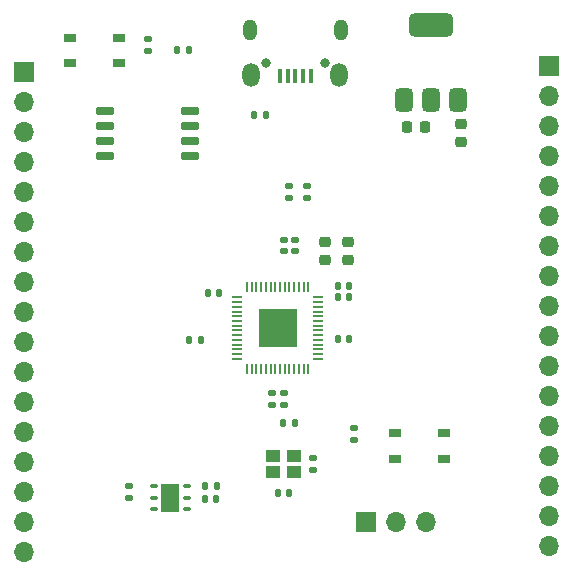
<source format=gbr>
%TF.GenerationSoftware,KiCad,Pcbnew,8.0.2*%
%TF.CreationDate,2024-06-04T19:48:01-07:00*%
%TF.ProjectId,pcb_design_1,7063625f-6465-4736-9967-6e5f312e6b69,rev?*%
%TF.SameCoordinates,Original*%
%TF.FileFunction,Soldermask,Top*%
%TF.FilePolarity,Negative*%
%FSLAX46Y46*%
G04 Gerber Fmt 4.6, Leading zero omitted, Abs format (unit mm)*
G04 Created by KiCad (PCBNEW 8.0.2) date 2024-06-04 19:48:01*
%MOMM*%
%LPD*%
G01*
G04 APERTURE LIST*
G04 Aperture macros list*
%AMRoundRect*
0 Rectangle with rounded corners*
0 $1 Rounding radius*
0 $2 $3 $4 $5 $6 $7 $8 $9 X,Y pos of 4 corners*
0 Add a 4 corners polygon primitive as box body*
4,1,4,$2,$3,$4,$5,$6,$7,$8,$9,$2,$3,0*
0 Add four circle primitives for the rounded corners*
1,1,$1+$1,$2,$3*
1,1,$1+$1,$4,$5*
1,1,$1+$1,$6,$7*
1,1,$1+$1,$8,$9*
0 Add four rect primitives between the rounded corners*
20,1,$1+$1,$2,$3,$4,$5,0*
20,1,$1+$1,$4,$5,$6,$7,0*
20,1,$1+$1,$6,$7,$8,$9,0*
20,1,$1+$1,$8,$9,$2,$3,0*%
G04 Aperture macros list end*
%ADD10RoundRect,0.140000X-0.170000X0.140000X-0.170000X-0.140000X0.170000X-0.140000X0.170000X0.140000X0*%
%ADD11R,1.041400X0.660400*%
%ADD12RoundRect,0.135000X-0.185000X0.135000X-0.185000X-0.135000X0.185000X-0.135000X0.185000X0.135000X0*%
%ADD13R,1.700000X1.700000*%
%ADD14O,1.700000X1.700000*%
%ADD15RoundRect,0.225000X0.250000X-0.225000X0.250000X0.225000X-0.250000X0.225000X-0.250000X-0.225000X0*%
%ADD16RoundRect,0.050000X-0.387500X-0.050000X0.387500X-0.050000X0.387500X0.050000X-0.387500X0.050000X0*%
%ADD17RoundRect,0.050000X-0.050000X-0.387500X0.050000X-0.387500X0.050000X0.387500X-0.050000X0.387500X0*%
%ADD18R,3.200000X3.200000*%
%ADD19RoundRect,0.140000X-0.140000X-0.170000X0.140000X-0.170000X0.140000X0.170000X-0.140000X0.170000X0*%
%ADD20RoundRect,0.135000X0.135000X0.185000X-0.135000X0.185000X-0.135000X-0.185000X0.135000X-0.185000X0*%
%ADD21RoundRect,0.135000X0.185000X-0.135000X0.185000X0.135000X-0.185000X0.135000X-0.185000X-0.135000X0*%
%ADD22RoundRect,0.135000X-0.135000X-0.185000X0.135000X-0.185000X0.135000X0.185000X-0.135000X0.185000X0*%
%ADD23R,1.150000X1.000000*%
%ADD24RoundRect,0.140000X0.170000X-0.140000X0.170000X0.140000X-0.170000X0.140000X-0.170000X-0.140000X0*%
%ADD25O,0.800000X0.800000*%
%ADD26R,0.450000X1.300000*%
%ADD27O,1.150000X1.800000*%
%ADD28O,1.450000X2.000000*%
%ADD29RoundRect,0.140000X0.140000X0.170000X-0.140000X0.170000X-0.140000X-0.170000X0.140000X-0.170000X0*%
%ADD30RoundRect,0.375000X0.375000X-0.625000X0.375000X0.625000X-0.375000X0.625000X-0.375000X-0.625000X0*%
%ADD31RoundRect,0.500000X1.400000X-0.500000X1.400000X0.500000X-1.400000X0.500000X-1.400000X-0.500000X0*%
%ADD32RoundRect,0.150000X-0.650000X-0.150000X0.650000X-0.150000X0.650000X0.150000X-0.650000X0.150000X0*%
%ADD33RoundRect,0.100000X-0.200000X-0.100000X0.200000X-0.100000X0.200000X0.100000X-0.200000X0.100000X0*%
%ADD34R,1.500000X2.400000*%
%ADD35RoundRect,0.225000X-0.250000X0.225000X-0.250000X-0.225000X0.250000X-0.225000X0.250000X0.225000X0*%
%ADD36RoundRect,0.225000X0.225000X0.250000X-0.225000X0.250000X-0.225000X-0.250000X0.225000X-0.250000X0*%
G04 APERTURE END LIST*
D10*
%TO.C,C5*%
X85000000Y-90020000D03*
X85000000Y-90980000D03*
%TD*%
D11*
%TO.C,SW1*%
X67925000Y-59925000D03*
X72075000Y-59925000D03*
X67925000Y-62075000D03*
X72075000Y-62075000D03*
%TD*%
D12*
%TO.C,R3*%
X74500000Y-59990000D03*
X74500000Y-61010000D03*
%TD*%
D13*
%TO.C,J2*%
X64000000Y-62840000D03*
D14*
X64000000Y-65380000D03*
X64000000Y-67920000D03*
X64000000Y-70460000D03*
X64000000Y-73000000D03*
X64000000Y-75540000D03*
X64000000Y-78080000D03*
X64000000Y-80620000D03*
X64000000Y-83160000D03*
X64000000Y-85700000D03*
X64000000Y-88240000D03*
X64000000Y-90780000D03*
X64000000Y-93320000D03*
X64000000Y-95860000D03*
X64000000Y-98400000D03*
X64000000Y-100940000D03*
X64000000Y-103480000D03*
%TD*%
D15*
%TO.C,C12*%
X91500000Y-78775000D03*
X91500000Y-77225000D03*
%TD*%
D16*
%TO.C,U1*%
X82062500Y-81900000D03*
X82062500Y-82300000D03*
X82062500Y-82700000D03*
X82062500Y-83100000D03*
X82062500Y-83500000D03*
X82062500Y-83900000D03*
X82062500Y-84300000D03*
X82062500Y-84700000D03*
X82062500Y-85100000D03*
X82062500Y-85500000D03*
X82062500Y-85900000D03*
X82062500Y-86300000D03*
X82062500Y-86700000D03*
X82062500Y-87100000D03*
D17*
X82900000Y-87937500D03*
X83300000Y-87937500D03*
X83700000Y-87937500D03*
X84100000Y-87937500D03*
X84500000Y-87937500D03*
X84900000Y-87937500D03*
X85300000Y-87937500D03*
X85700000Y-87937500D03*
X86100000Y-87937500D03*
X86500000Y-87937500D03*
X86900000Y-87937500D03*
X87300000Y-87937500D03*
X87700000Y-87937500D03*
X88100000Y-87937500D03*
D16*
X88937500Y-87100000D03*
X88937500Y-86700000D03*
X88937500Y-86300000D03*
X88937500Y-85900000D03*
X88937500Y-85500000D03*
X88937500Y-85100000D03*
X88937500Y-84700000D03*
X88937500Y-84300000D03*
X88937500Y-83900000D03*
X88937500Y-83500000D03*
X88937500Y-83100000D03*
X88937500Y-82700000D03*
X88937500Y-82300000D03*
X88937500Y-81900000D03*
D17*
X88100000Y-81062500D03*
X87700000Y-81062500D03*
X87300000Y-81062500D03*
X86900000Y-81062500D03*
X86500000Y-81062500D03*
X86100000Y-81062500D03*
X85700000Y-81062500D03*
X85300000Y-81062500D03*
X84900000Y-81062500D03*
X84500000Y-81062500D03*
X84100000Y-81062500D03*
X83700000Y-81062500D03*
X83300000Y-81062500D03*
X82900000Y-81062500D03*
D18*
X85500000Y-84500000D03*
%TD*%
D19*
%TO.C,C14*%
X85520000Y-98500000D03*
X86480000Y-98500000D03*
%TD*%
D20*
%TO.C,R5*%
X80357500Y-97850000D03*
X79337500Y-97850000D03*
%TD*%
D13*
%TO.C,J3*%
X108500000Y-62340000D03*
D14*
X108500000Y-64880000D03*
X108500000Y-67420000D03*
X108500000Y-69960000D03*
X108500000Y-72500000D03*
X108500000Y-75040000D03*
X108500000Y-77580000D03*
X108500000Y-80120000D03*
X108500000Y-82660000D03*
X108500000Y-85200000D03*
X108500000Y-87740000D03*
X108500000Y-90280000D03*
X108500000Y-92820000D03*
X108500000Y-95360000D03*
X108500000Y-97900000D03*
X108500000Y-100440000D03*
X108500000Y-102980000D03*
%TD*%
D21*
%TO.C,R8*%
X92000000Y-94010000D03*
X92000000Y-92990000D03*
%TD*%
D22*
%TO.C,R7*%
X85990000Y-92500000D03*
X87010000Y-92500000D03*
%TD*%
D23*
%TO.C,Y1*%
X85125000Y-96700000D03*
X86875000Y-96700000D03*
X86875000Y-95300000D03*
X85125000Y-95300000D03*
%TD*%
D21*
%TO.C,R1*%
X86500000Y-73510000D03*
X86500000Y-72490000D03*
%TD*%
D24*
%TO.C,C10*%
X86000000Y-77980000D03*
X86000000Y-77020000D03*
%TD*%
D19*
%TO.C,C6*%
X90582500Y-85400000D03*
X91542500Y-85400000D03*
%TD*%
D25*
%TO.C,J1*%
X89500000Y-62055000D03*
X84500000Y-62055000D03*
D26*
X88300000Y-63155000D03*
X87650000Y-63155000D03*
X87000000Y-63155000D03*
X86350000Y-63155000D03*
X85700000Y-63155000D03*
D27*
X90875000Y-59305000D03*
D28*
X90725000Y-63105000D03*
X83275000Y-63105000D03*
D27*
X83125000Y-59305000D03*
%TD*%
D19*
%TO.C,C17*%
X79337500Y-98950000D03*
X80297500Y-98950000D03*
%TD*%
D29*
%TO.C,C4*%
X78980000Y-85500000D03*
X78020000Y-85500000D03*
%TD*%
D11*
%TO.C,SW2*%
X95425000Y-93425000D03*
X99575000Y-93425000D03*
X95425000Y-95575000D03*
X99575000Y-95575000D03*
%TD*%
D30*
%TO.C,U2*%
X96200000Y-65150000D03*
X98500000Y-65150000D03*
D31*
X98500000Y-58850000D03*
D30*
X100800000Y-65150000D03*
%TD*%
D32*
%TO.C,U3*%
X70900000Y-66095000D03*
X70900000Y-67365000D03*
X70900000Y-68635000D03*
X70900000Y-69905000D03*
X78100000Y-69905000D03*
X78100000Y-68635000D03*
X78100000Y-67365000D03*
X78100000Y-66095000D03*
%TD*%
D22*
%TO.C,R4*%
X76990000Y-61000000D03*
X78010000Y-61000000D03*
%TD*%
D21*
%TO.C,R2*%
X88000000Y-73510000D03*
X88000000Y-72490000D03*
%TD*%
D33*
%TO.C,U4*%
X75000000Y-97900000D03*
X75000000Y-98850000D03*
X75000000Y-99800000D03*
X77800000Y-99800000D03*
X77800000Y-98850000D03*
X77800000Y-97900000D03*
D34*
X76400000Y-98850000D03*
%TD*%
D21*
%TO.C,R6*%
X72890000Y-98860000D03*
X72890000Y-97840000D03*
%TD*%
D19*
%TO.C,C7*%
X90582500Y-81900000D03*
X91542500Y-81900000D03*
%TD*%
%TO.C,C16*%
X83520000Y-66500000D03*
X84480000Y-66500000D03*
%TD*%
D15*
%TO.C,C13*%
X89500000Y-78775000D03*
X89500000Y-77225000D03*
%TD*%
D13*
%TO.C,J4*%
X92982500Y-100900000D03*
D14*
X95522500Y-100900000D03*
X98062500Y-100900000D03*
%TD*%
D35*
%TO.C,C1*%
X101000000Y-67225000D03*
X101000000Y-68775000D03*
%TD*%
D36*
%TO.C,C2*%
X98000000Y-67500000D03*
X96450000Y-67500000D03*
%TD*%
D10*
%TO.C,C15*%
X88500000Y-95520000D03*
X88500000Y-96480000D03*
%TD*%
D19*
%TO.C,C11*%
X90582500Y-80900000D03*
X91542500Y-80900000D03*
%TD*%
D10*
%TO.C,C9*%
X86000000Y-90020000D03*
X86000000Y-90980000D03*
%TD*%
D24*
%TO.C,C8*%
X87000000Y-77980000D03*
X87000000Y-77020000D03*
%TD*%
D29*
%TO.C,C3*%
X80542500Y-81500000D03*
X79582500Y-81500000D03*
%TD*%
M02*

</source>
